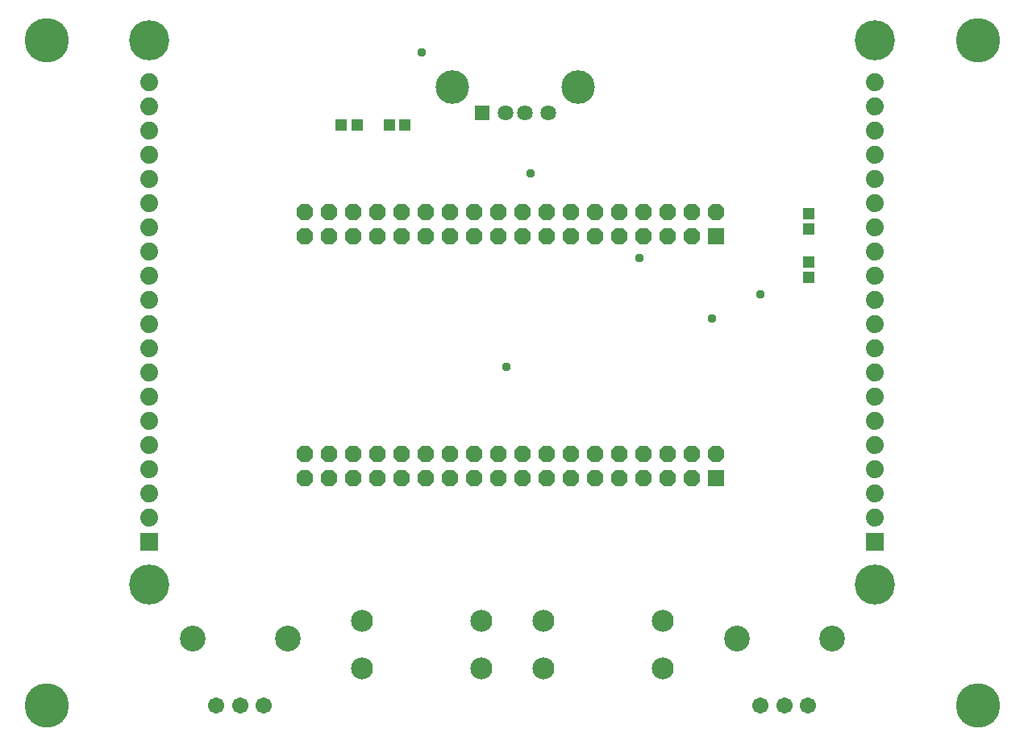
<source format=gbr>
G04 EAGLE Gerber RS-274X export*
G75*
%MOMM*%
%FSLAX34Y34*%
%LPD*%
%INSoldermask Bottom*%
%IPPOS*%
%AMOC8*
5,1,8,0,0,1.08239X$1,22.5*%
G01*
%ADD10R,1.303200X1.203200*%
%ADD11R,1.631200X1.631200*%
%ADD12C,1.631200*%
%ADD13C,3.519200*%
%ADD14C,4.648200*%
%ADD15C,1.711200*%
%ADD16C,2.703200*%
%ADD17R,1.234441X1.153159*%
%ADD18R,1.153159X1.234441*%
%ADD19C,2.303200*%
%ADD20R,1.727200X1.727200*%
%ADD21P,1.869504X8X202.500000*%
%ADD22R,1.879600X1.879600*%
%ADD23C,1.879600*%
%ADD24C,4.219200*%
%ADD25C,0.959600*%


D10*
X376800Y660400D03*
X359800Y660400D03*
D11*
X508000Y673100D03*
D12*
X533000Y673100D03*
X553000Y673100D03*
X578000Y673100D03*
D13*
X477300Y700200D03*
X608700Y700200D03*
D14*
X50800Y749300D03*
X1028700Y749300D03*
X1028700Y50800D03*
X50800Y50800D03*
D15*
X800500Y50800D03*
X825500Y50800D03*
X850500Y50800D03*
D16*
X775500Y120800D03*
X875500Y120800D03*
D15*
X229000Y50800D03*
X254000Y50800D03*
X279000Y50800D03*
D16*
X204000Y120800D03*
X304000Y120800D03*
D17*
X850900Y516001D03*
X850900Y499999D03*
X850900Y550799D03*
X850900Y566801D03*
D18*
X427101Y660400D03*
X411099Y660400D03*
D19*
X507000Y139300D03*
X507000Y89300D03*
X382000Y89300D03*
X382000Y139300D03*
X697500Y139300D03*
X697500Y89300D03*
X572500Y89300D03*
X572500Y139300D03*
D20*
X753700Y289300D03*
D21*
X753700Y314700D03*
X728300Y289300D03*
X728300Y314700D03*
X702900Y289300D03*
X702900Y314700D03*
X677500Y289300D03*
X677500Y314700D03*
X652100Y289300D03*
X652100Y314700D03*
X626700Y289300D03*
X626700Y314700D03*
X601300Y289300D03*
X601300Y314700D03*
X575900Y289300D03*
X575900Y314700D03*
X550500Y289300D03*
X550500Y314700D03*
X525100Y289300D03*
X525100Y314700D03*
X499700Y289300D03*
X499700Y314700D03*
X474300Y289300D03*
X474300Y314700D03*
X448900Y289300D03*
X448900Y314700D03*
X423500Y289300D03*
X423500Y314700D03*
X398100Y289300D03*
X398100Y314700D03*
X372700Y289300D03*
X372700Y314700D03*
X347300Y289300D03*
X347300Y314700D03*
X321900Y289300D03*
X321900Y314700D03*
D20*
X753700Y543300D03*
D21*
X753700Y568700D03*
X728300Y543300D03*
X728300Y568700D03*
X702900Y543300D03*
X702900Y568700D03*
X677500Y543300D03*
X677500Y568700D03*
X652100Y543300D03*
X652100Y568700D03*
X626700Y543300D03*
X626700Y568700D03*
X601300Y543300D03*
X601300Y568700D03*
X575900Y543300D03*
X575900Y568700D03*
X550500Y543300D03*
X550500Y568700D03*
X525100Y543300D03*
X525100Y568700D03*
X499700Y543300D03*
X499700Y568700D03*
X474300Y543300D03*
X474300Y568700D03*
X448900Y543300D03*
X448900Y568700D03*
X423500Y543300D03*
X423500Y568700D03*
X398100Y543300D03*
X398100Y568700D03*
X372700Y543300D03*
X372700Y568700D03*
X347300Y543300D03*
X347300Y568700D03*
X321900Y543300D03*
X321900Y568700D03*
D22*
X920750Y222250D03*
D23*
X920750Y247650D03*
X920750Y273050D03*
X920750Y298450D03*
X920750Y323850D03*
X920750Y349250D03*
X920750Y374650D03*
X920750Y400050D03*
X920750Y425450D03*
X920750Y450850D03*
X920750Y476250D03*
X920750Y501650D03*
X920750Y527050D03*
X920750Y552450D03*
X920750Y577850D03*
X920750Y603250D03*
X920750Y628650D03*
X920750Y654050D03*
X920750Y679450D03*
X920750Y704850D03*
D22*
X158750Y222250D03*
D23*
X158750Y247650D03*
X158750Y273050D03*
X158750Y298450D03*
X158750Y323850D03*
X158750Y349250D03*
X158750Y374650D03*
X158750Y400050D03*
X158750Y425450D03*
X158750Y450850D03*
X158750Y476250D03*
X158750Y501650D03*
X158750Y527050D03*
X158750Y552450D03*
X158750Y577850D03*
X158750Y603250D03*
X158750Y628650D03*
X158750Y654050D03*
X158750Y679450D03*
X158750Y704850D03*
D24*
X158750Y749300D03*
X158750Y177800D03*
X920750Y749300D03*
X920750Y177800D03*
D25*
X444500Y736600D03*
X533400Y406400D03*
X558800Y609600D03*
X800100Y482600D03*
X673100Y520700D03*
X749300Y457200D03*
M02*

</source>
